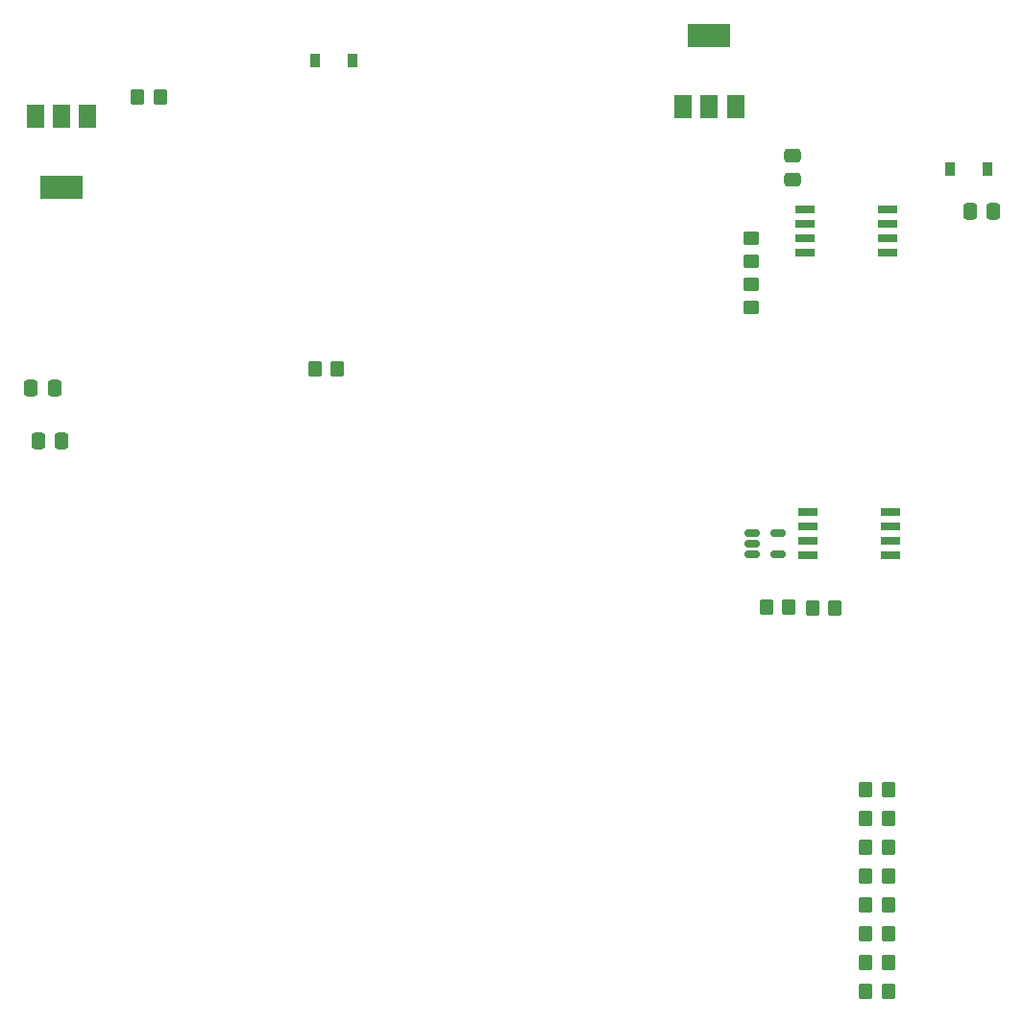
<source format=gtp>
%TF.GenerationSoftware,KiCad,Pcbnew,(6.0.1)*%
%TF.CreationDate,2022-03-10T19:24:07-06:00*%
%TF.ProjectId,arliang2_good2go,61726c69-616e-4673-925f-676f6f643267,rev?*%
%TF.SameCoordinates,Original*%
%TF.FileFunction,Paste,Top*%
%TF.FilePolarity,Positive*%
%FSLAX46Y46*%
G04 Gerber Fmt 4.6, Leading zero omitted, Abs format (unit mm)*
G04 Created by KiCad (PCBNEW (6.0.1)) date 2022-03-10 19:24:07*
%MOMM*%
%LPD*%
G01*
G04 APERTURE LIST*
G04 Aperture macros list*
%AMRoundRect*
0 Rectangle with rounded corners*
0 $1 Rounding radius*
0 $2 $3 $4 $5 $6 $7 $8 $9 X,Y pos of 4 corners*
0 Add a 4 corners polygon primitive as box body*
4,1,4,$2,$3,$4,$5,$6,$7,$8,$9,$2,$3,0*
0 Add four circle primitives for the rounded corners*
1,1,$1+$1,$2,$3*
1,1,$1+$1,$4,$5*
1,1,$1+$1,$6,$7*
1,1,$1+$1,$8,$9*
0 Add four rect primitives between the rounded corners*
20,1,$1+$1,$2,$3,$4,$5,0*
20,1,$1+$1,$4,$5,$6,$7,0*
20,1,$1+$1,$6,$7,$8,$9,0*
20,1,$1+$1,$8,$9,$2,$3,0*%
G04 Aperture macros list end*
%ADD10RoundRect,0.250000X-0.350000X-0.450000X0.350000X-0.450000X0.350000X0.450000X-0.350000X0.450000X0*%
%ADD11RoundRect,0.250000X0.350000X0.450000X-0.350000X0.450000X-0.350000X-0.450000X0.350000X-0.450000X0*%
%ADD12R,1.700000X0.650000*%
%ADD13R,0.900000X1.200000*%
%ADD14RoundRect,0.250000X0.337500X0.475000X-0.337500X0.475000X-0.337500X-0.475000X0.337500X-0.475000X0*%
%ADD15RoundRect,0.250000X-0.450000X0.350000X-0.450000X-0.350000X0.450000X-0.350000X0.450000X0.350000X0*%
%ADD16R,1.500000X2.000000*%
%ADD17R,3.800000X2.000000*%
%ADD18RoundRect,0.250000X0.475000X-0.337500X0.475000X0.337500X-0.475000X0.337500X-0.475000X-0.337500X0*%
%ADD19RoundRect,0.150000X-0.512500X-0.150000X0.512500X-0.150000X0.512500X0.150000X-0.512500X0.150000X0*%
G04 APERTURE END LIST*
D10*
%TO.C,R11*%
X176054000Y-129413000D03*
X178054000Y-129413000D03*
%TD*%
%TO.C,R4*%
X171339000Y-105791000D03*
X173339000Y-105791000D03*
%TD*%
%TO.C,R14*%
X176022000Y-137033000D03*
X178022000Y-137033000D03*
%TD*%
D11*
%TO.C,R1*%
X113867511Y-60706000D03*
X111867511Y-60706000D03*
%TD*%
D12*
%TO.C,U5*%
X170660511Y-70631489D03*
X170660511Y-71901489D03*
X170660511Y-73171489D03*
X170660511Y-74441489D03*
X177960511Y-74441489D03*
X177960511Y-73171489D03*
X177960511Y-71901489D03*
X177960511Y-70631489D03*
%TD*%
D13*
%TO.C,D2*%
X186755511Y-67080489D03*
X183455511Y-67080489D03*
%TD*%
D14*
%TO.C,C4*%
X187286011Y-70763489D03*
X185211011Y-70763489D03*
%TD*%
%TO.C,C2*%
X105177500Y-91059000D03*
X103102500Y-91059000D03*
%TD*%
D10*
%TO.C,R13*%
X176038000Y-134493000D03*
X178038000Y-134493000D03*
%TD*%
D15*
%TO.C,R6*%
X165928511Y-77256489D03*
X165928511Y-79256489D03*
%TD*%
D16*
%TO.C,U2*%
X107420511Y-62382000D03*
X105120511Y-62382000D03*
X102820511Y-62382000D03*
D17*
X105120511Y-68682000D03*
%TD*%
D10*
%TO.C,R8*%
X176054000Y-121793000D03*
X178054000Y-121793000D03*
%TD*%
%TO.C,R15*%
X176054000Y-139573000D03*
X178054000Y-139573000D03*
%TD*%
%TO.C,R12*%
X176038000Y-131953000D03*
X178038000Y-131953000D03*
%TD*%
D18*
%TO.C,R7*%
X169611511Y-67990989D03*
X169611511Y-65915989D03*
%TD*%
D10*
%TO.C,R10*%
X176038000Y-126873000D03*
X178038000Y-126873000D03*
%TD*%
D12*
%TO.C,U3*%
X170914511Y-97306489D03*
X170914511Y-98576489D03*
X170914511Y-99846489D03*
X170914511Y-101116489D03*
X178214511Y-101116489D03*
X178214511Y-99846489D03*
X178214511Y-98576489D03*
X178214511Y-97306489D03*
%TD*%
D13*
%TO.C,D1*%
X127473511Y-57531000D03*
X130773511Y-57531000D03*
%TD*%
D10*
%TO.C,R3*%
X167275000Y-105664000D03*
X169275000Y-105664000D03*
%TD*%
D16*
%TO.C,U4*%
X159945511Y-61594489D03*
X162245511Y-61594489D03*
X164545511Y-61594489D03*
D17*
X162245511Y-55294489D03*
%TD*%
D19*
%TO.C,U6*%
X165994500Y-99126000D03*
X165994500Y-100076000D03*
X165994500Y-101026000D03*
X168269500Y-101026000D03*
X168269500Y-99126000D03*
%TD*%
D10*
%TO.C,R9*%
X176038000Y-124333000D03*
X178038000Y-124333000D03*
%TD*%
D14*
%TO.C,C1*%
X104542500Y-86360000D03*
X102467500Y-86360000D03*
%TD*%
D10*
%TO.C,R2*%
X127488511Y-84709000D03*
X129488511Y-84709000D03*
%TD*%
D15*
%TO.C,R5*%
X165928511Y-73192489D03*
X165928511Y-75192489D03*
%TD*%
M02*

</source>
